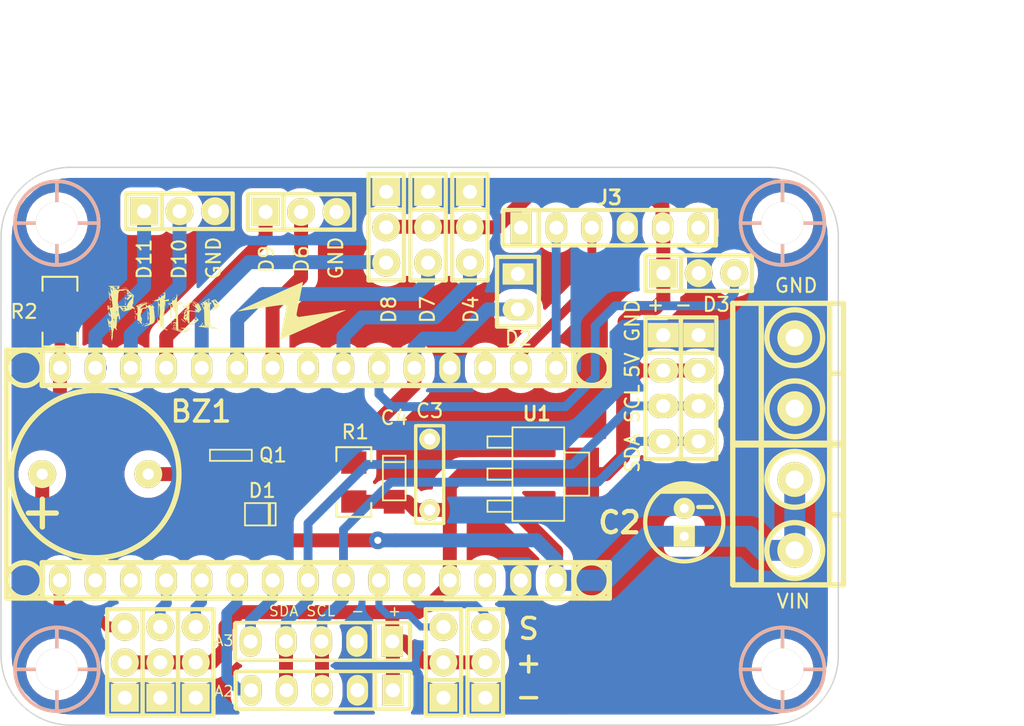
<source format=kicad_pcb>
(kicad_pcb (version 20171130) (host pcbnew "(5.1.4)-1")
  (layers (0 F.Cu signal) (31 B.Cu signal) (34 B.Paste user) (35 F.Paste user) (36 B.SilkS user) (37 F.SilkS user) (38 B.Mask user) (39 F.Mask user) (44 Edge.Cuts user))
  (net 0 "")
  (net 1 /START)
  (net 2 GND)
  (net 3 /Vin)
  (net 4 +5V)
  (net 5 /S1)
  (net 6 /SDA)
  (net 7 /SCL)
  (net 8 /S2)
  (net 9 /Tx)
  (net 10 /Rx)
  (net 11 /DISTANCIA_I)
  (net 12 /TATAMI_FD)
  (net 13 /TATAMI_FI)
  (net 14 /AUX1)
  (net 15 /M2A)
  (net 16 /M1A)
  (net 17 /AUX2)
  (net 18 /M1B)
  (net 19 /M2B)
  (net 20 /DISTANCIA_D)
  (net 21 /AUX5)
  (net 22 /AUX4)
  (net 23 /AUX3)
  (net 24 "Net-(BZ1-Pad2)")
  (net 25 /AUX6)
  (module EESTN5:Logo_potter (layer F.Cu) (at 117.55 85.44)
    (fp_text reference LG3 hide)
    (fp_text value Mounting_Hole hide)
  )
  (module EESTN5:Logo_Rayo (layer F.Cu) (at 130.81 85.02 90)
    (fp_text reference LG1 hide)
    (fp_text value Mounting_Hole hide)
  )
  (module teensy:arduino_nano_header_Sumo (layer F.Cu) (at 132 97 180)
    (fp_text reference J14 hide)
    (fp_text value Arduino_Nano_Header hide)
    (pad 30 thru_hole oval (at -17.78 -7.62 180) (size 1.524 2.1971) (drill 0.99822) (layers *.Cu *.Mask F.SilkS) (net 3 /Vin))
    (pad 29 thru_hole oval (at -15.24 -7.62 180) (size 1.524 2.1971) (drill 0.99822) (layers *.Cu *.Mask F.SilkS) (net 2 GND))
    (pad 28 thru_hole oval (at -12.7 -7.62 180) (size 1.524 2.1971) (drill 0.99822) (layers *.Cu *.Mask F.SilkS))
    (pad 27 thru_hole oval (at -10.16 -7.62 180) (size 1.524 2.1971) (drill 0.99822) (layers *.Cu *.Mask F.SilkS) (net 4 +5V))
    (pad 26 thru_hole oval (at -7.62 -7.62 180) (size 1.524 2.1971) (drill 0.99822) (layers *.Cu *.Mask F.SilkS) (net 13 /TATAMI_FI))
    (pad 25 thru_hole oval (at -5.08 -7.62 180) (size 1.524 2.1971) (drill 0.99822) (layers *.Cu *.Mask F.SilkS) (net 12 /TATAMI_FD))
    (pad 24 thru_hole oval (at -2.54 -7.62 180) (size 1.524 2.1971) (drill 0.99822) (layers *.Cu *.Mask F.SilkS) (net 7 /SCL))
    (pad 23 thru_hole oval (at 0 -7.62 180) (size 1.524 2.1971) (drill 1.00076) (layers *.Cu *.Mask F.SilkS) (net 6 /SDA))
    (pad 22 thru_hole oval (at 2.54 -7.62 180) (size 1.524 2.1971) (drill 1.00076) (layers *.Cu *.Mask F.SilkS) (net 5 /S1))
    (pad 21 thru_hole oval (at 5.08 -7.62 180) (size 1.524 2.1971) (drill 1.00076) (layers *.Cu *.Mask F.SilkS) (net 8 /S2))
    (pad 20 thru_hole oval (at 7.62 -7.62 180) (size 1.524 2.1971) (drill 1.00076) (layers *.Cu *.Mask F.SilkS) (net 11 /DISTANCIA_I))
    (pad 19 thru_hole oval (at 10.16 -7.62 180) (size 1.524 2.19964) (drill 1.00076) (layers *.Cu *.Mask F.SilkS) (net 20 /DISTANCIA_D))
    (pad 18 thru_hole oval (at 12.7 -7.62 180) (size 1.524 2.19964) (drill 1.00076) (layers *.Cu *.Mask F.SilkS))
    (pad 17 thru_hole oval (at 15.24 -7.62 180) (size 1.524 2.19964) (drill 1.00076) (layers *.Cu *.Mask F.SilkS))
    (pad 16 thru_hole oval (at 17.78 -7.62 180) (size 1.524 2.19964) (drill 1.00076) (layers *.Cu *.Mask F.SilkS) (net 25 /AUX6))
    (pad 15 thru_hole oval (at 17.78 7.62 180) (size 1.524 2.19964) (drill 1.00076) (layers *.Cu *.Mask F.SilkS) (net 17 /AUX2))
    (pad 14 thru_hole oval (at 15.24 7.62 180) (size 1.524 2.19964) (drill 1.00076) (layers *.Cu *.Mask F.SilkS) (net 15 /M2A))
    (pad 13 thru_hole oval (at 12.7 7.62 180) (size 1.524 2.19964) (drill 1.00076) (layers *.Cu *.Mask F.SilkS) (net 19 /M2B))
    (pad 12 thru_hole oval (at 10.16 7.62 180) (size 1.524 2.19964) (drill 1.00076) (layers *.Cu *.Mask F.SilkS) (net 16 /M1A))
    (pad 11 thru_hole oval (at 7.62 7.62 180) (size 1.524 2.19964) (drill 1.00076) (layers *.Cu *.Mask F.SilkS) (net 23 /AUX3))
    (pad 10 thru_hole oval (at 5.08 7.62 180) (size 1.524 2.19964) (drill 1.00076) (layers *.Cu *.Mask F.SilkS) (net 22 /AUX4))
    (pad 9 thru_hole oval (at 2.54 7.62 180) (size 1.524 2.19964) (drill 1.00076) (layers *.Cu *.Mask F.SilkS) (net 18 /M1B))
    (pad 8 thru_hole oval (at 0 7.62 180) (size 1.524 2.19964) (drill 1.00076) (layers *.Cu *.Mask F.SilkS))
    (pad 7 thru_hole oval (at -2.54 7.62 180) (size 1.524 2.19964) (drill 1.00076) (layers *.Cu *.Mask F.SilkS) (net 21 /AUX5))
    (pad 6 thru_hole oval (at -5.08 7.62 180) (size 1.524 2.19964) (drill 1.00076) (layers *.Cu *.Mask F.SilkS) (net 14 /AUX1))
    (pad 5 thru_hole oval (at -7.62 7.62 180) (size 1.524 2.19964) (drill 1.00076) (layers *.Cu *.Mask F.SilkS) (net 1 /START))
    (pad 4 thru_hole oval (at -10.16 7.62 180) (size 1.524 2.19964) (drill 1.00076) (layers *.Cu *.Mask F.SilkS) (net 2 GND))
    (pad 3 thru_hole oval (at -12.7 7.62 180) (size 1.524 2.19964) (drill 1.00076) (layers *.Cu *.Mask F.SilkS))
    (pad 2 thru_hole oval (at -15.24 7.62 180) (size 1.524 2.19964) (drill 1.00076) (layers *.Cu *.Mask F.SilkS) (net 10 /Rx))
    (pad 1 thru_hole oval (at -17.78 7.62 180) (size 1.524 2.19964) (drill 1.00076) (layers *.Cu *.Mask F.SilkS) (net 9 /Tx))
  )
  (module EESTN5:Buzzer_12mm (layer F.Cu) (at 116.75 97 180)
    (fp_text reference BZ1 (at -7.58 4.49 180) (layer F.SilkS) (effects (font (size 1.5 1.5) (thickness 0.25))))
    (fp_text value Buzzer hide)
    (pad 2 thru_hole circle (at -3.8 0 180) (size 2 2) (drill 0.8) (layers *.Cu *.Mask F.SilkS) (net 24 "Net-(BZ1-Pad2)"))
    (pad 1 thru_hole circle (at 3.8 0 180) (size 2 2) (drill 0.8) (layers *.Cu *.Mask F.SilkS) (net 3 /Vin))
  )
  (module EESTN5:HC-05 (layer F.Cu) (at 153.61 79.33)
    (fp_text reference J3 (at 0 -2.159) (layer F.SilkS) (effects (font (size 1.016 1.016) (thickness 0.2032))))
    (fp_text value HC-05 hide)
    (pad 6 thru_hole oval (at 6.35 0) (size 1.524 2.19964) (drill 1.00076) (layers *.Cu *.Mask F.SilkS))
    (pad 5 thru_hole oval (at 3.81 0) (size 1.524 2.19964) (drill 1.00076) (layers *.Cu *.Mask F.SilkS) (net 4 +5V))
    (pad 4 thru_hole oval (at 1.27 0) (size 1.524 2.19964) (drill 1.00076) (layers *.Cu *.Mask F.SilkS) (net 2 GND))
    (pad 3 thru_hole oval (at -1.27 0) (size 1.524 2.19964) (drill 1.00076) (layers *.Cu *.Mask F.SilkS) (net 10 /Rx))
    (pad 2 thru_hole oval (at -3.81 0) (size 1.524 2.19964) (drill 1.00076) (layers *.Cu *.Mask F.SilkS) (net 9 /Tx))
    (pad 1 thru_hole rect (at -6.35 0) (size 1.524 2.19964) (drill 1.00076) (layers *.Cu *.Mask F.SilkS))
  )
  (module EESTN5:pin_strip_4 (layer F.Cu) (at 159.99 90.842 270)
    (fp_text reference J10 hide)
    (fp_text value IMU hide)
    (pad 4 thru_hole oval (at 3.81 0 270) (size 1.75 2.2) (drill 1.00076) (layers *.Cu *.Mask F.SilkS) (net 7 /SCL))
    (pad 3 thru_hole oval (at 1.27 0 270) (size 1.75 2.2) (drill 1.00076) (layers *.Cu *.Mask F.SilkS) (net 6 /SDA))
    (pad 2 thru_hole oval (at -1.27 0 270) (size 1.75 2.2) (drill 1.00076) (layers *.Cu *.Mask F.SilkS) (net 4 +5V))
    (pad 1 thru_hole rect (at -3.81 0 270) (size 1.75 2.2) (drill 1.00076) (layers *.Cu *.Mask F.SilkS) (net 2 GND))
  )
  (module EESTN5:pin_strip_4 (layer F.Cu) (at 157.45 90.842 270)
    (fp_text reference J4 hide)
    (fp_text value "Pantalla Oled" hide)
    (pad 4 thru_hole oval (at 3.81 0 270) (size 1.75 2.2) (drill 1.00076) (layers *.Cu *.Mask F.SilkS) (net 7 /SCL))
    (pad 3 thru_hole oval (at 1.27 0 270) (size 1.75 2.2) (drill 1.00076) (layers *.Cu *.Mask F.SilkS) (net 6 /SDA))
    (pad 2 thru_hole oval (at -1.27 0 270) (size 1.75 2.2) (drill 1.00076) (layers *.Cu *.Mask F.SilkS) (net 4 +5V))
    (pad 1 thru_hole rect (at -3.81 0 270) (size 1.75 2.2) (drill 1.00076) (layers *.Cu *.Mask F.SilkS) (net 2 GND))
  )
  (module EESTN5:BORNERA2_AZUL (layer F.Cu) (at 166.878 89.768 90)
    (fp_text reference J11 hide)
    (fp_text value "Batería (-)" hide)
    (pad 2 thru_hole circle (at 2.54 0 90) (size 2.5 2.5) (drill 1.3) (layers *.Cu *.Mask F.SilkS) (net 2 GND))
    (pad 1 thru_hole circle (at -2.54 0 90) (size 2.5 2.5) (drill 1.3) (layers *.Cu *.Mask F.SilkS) (net 2 GND))
  )
  (module EESTN5:Pin_strip_2 (layer F.Cu) (at 147.04 83.92 270)
    (fp_text reference SW1 hide)
    (fp_text value Pulsador hide)
    (pad 2 thru_hole oval (at 1.27 0 270) (size 1.524 2.19964) (drill 1.00076) (layers *.Cu *.Mask F.SilkS) (net 1 /START))
    (pad 1 thru_hole rect (at -1.27 0 270) (size 1.524 2.19964) (drill 1.00076) (layers *.Cu *.Mask F.SilkS) (net 2 GND))
  )
  (module EESTN5:Pin_Strip_3 (layer F.Cu) (at 118.872 110.5 90)
    (fp_text reference J19 hide)
    (fp_text value AUX6 hide)
    (pad 3 thru_hole oval (at 2.54 0 90) (size 2 2) (drill 1) (layers *.Cu *.Mask F.SilkS) (net 25 /AUX6))
    (pad 2 thru_hole oval (at 0 0 90) (size 2 2) (drill 1) (layers *.Cu *.Mask F.SilkS) (net 4 +5V))
    (pad 1 thru_hole rect (at -2.54 0 90) (size 2 2) (drill 1) (layers *.Cu *.Mask F.SilkS) (net 2 GND))
  )
  (module EESTN5:hole_3mm (layer F.Cu) (at 166 111)
    (fp_text reference H4 hide)
    (fp_text value Mounting_Hole hide)
    (pad 1 thru_hole circle (at 0 0) (size 3 3) (drill 3) (layers *.Cu F.SilkS))
  )
  (module EESTN5:hole_3mm (layer F.Cu) (at 166 79)
    (fp_text reference H3 hide)
    (fp_text value Mounting_Hole hide)
    (pad 1 thru_hole circle (at 0 0) (size 3 3) (drill 3) (layers *.Cu F.SilkS))
  )
  (module EESTN5:CAP_ELEC_5x11mm (layer F.Cu) (at 158.96 100.46)
    (fp_text reference C2 (at -4.64 0.02) (layer F.SilkS) (effects (font (size 1.524 1.524) (thickness 0.3048))))
    (fp_text value 100uF hide)
    (pad 1 thru_hole rect (at 0 1) (size 1.524 1.524) (drill 0.65) (layers *.Cu *.Mask F.SilkS) (net 3 /Vin))
    (pad 2 thru_hole circle (at 0 -1) (size 1.524 1.524) (drill 0.65) (layers *.Cu *.Mask F.SilkS) (net 2 GND))
  )
  (module EESTN5:hole_3mm (layer F.Cu) (at 114 79)
    (fp_text reference H1 hide)
    (fp_text value Mounting_Hole hide)
    (pad 1 thru_hole circle (at 0 0) (size 3 3) (drill 3) (layers *.Cu F.SilkS))
  )
  (module EESTN5:Pin_Strip_3 (layer F.Cu) (at 131.5 78.2)
    (fp_text reference J16 hide)
    (fp_text value "MOTOR 1" hide)
    (pad 1 thru_hole rect (at -2.54 0) (size 2 2) (drill 1) (layers *.Cu *.Mask F.SilkS) (net 16 /M1A))
    (pad 2 thru_hole oval (at 0 0) (size 2 2) (drill 1) (layers *.Cu *.Mask F.SilkS) (net 18 /M1B))
    (pad 3 thru_hole oval (at 2.54 0) (size 2 2) (drill 1) (layers *.Cu *.Mask F.SilkS) (net 2 GND))
  )
  (module EESTN5:CAP_0.2 (layer F.Cu) (at 140.716 97.028 90)
    (fp_text reference C3 (at 4.572 0 180) (layer F.SilkS))
    (fp_text value 100nF hide)
    (pad 1 thru_hole circle (at -2.54 0 90) (size 1.50114 1.50114) (drill 0.8001) (layers *.Cu *.Mask F.SilkS) (net 4 +5V))
    (pad 2 thru_hole circle (at 2.54 0 90) (size 1.50114 1.50114) (drill 0.8001) (layers *.Cu *.Mask F.SilkS) (net 2 GND))
  )
  (module EESTN5:Pin_Strip_5 (layer F.Cu) (at 132.96 109 180)
    (fp_text reference J1 hide)
    (fp_text value VL53L0x_IZQ hide)
    (pad 5 thru_hole oval (at 5.08 0 180) (size 1.524 2.19964) (drill 1.00076) (layers *.Cu *.Mask F.SilkS) (net 5 /S1))
    (pad 4 thru_hole oval (at 2.54 0 180) (size 1.524 2.19964) (drill 1.00076) (layers *.Cu *.Mask F.SilkS) (net 6 /SDA))
    (pad 3 thru_hole oval (at 0 0 180) (size 1.524 2.19964) (drill 1.00076) (layers *.Cu *.Mask F.SilkS) (net 7 /SCL))
    (pad 2 thru_hole oval (at -2.54 0 180) (size 1.524 2.19964) (drill 1.00076) (layers *.Cu *.Mask F.SilkS) (net 2 GND))
    (pad 1 thru_hole rect (at -5.08 0 180) (size 1.524 2.19964) (drill 1.00076) (layers *.Cu *.Mask F.SilkS) (net 4 +5V))
  )
  (module EESTN5:Pin_Strip_5 (layer F.Cu) (at 133 112.5 180)
    (fp_text reference J2 hide)
    (fp_text value VL53L0x_DER hide)
    (pad 1 thru_hole rect (at -5.08 0 180) (size 1.524 2.19964) (drill 1.00076) (layers *.Cu *.Mask F.SilkS) (net 4 +5V))
    (pad 2 thru_hole oval (at -2.54 0 180) (size 1.524 2.19964) (drill 1.00076) (layers *.Cu *.Mask F.SilkS) (net 2 GND))
    (pad 3 thru_hole oval (at 0 0 180) (size 1.524 2.19964) (drill 1.00076) (layers *.Cu *.Mask F.SilkS) (net 7 /SCL))
    (pad 4 thru_hole oval (at 2.54 0 180) (size 1.524 2.19964) (drill 1.00076) (layers *.Cu *.Mask F.SilkS) (net 6 /SDA))
    (pad 5 thru_hole oval (at 5.08 0 180) (size 1.524 2.19964) (drill 1.00076) (layers *.Cu *.Mask F.SilkS) (net 8 /S2))
  )
  (module EESTN5:BORNERA2_AZUL (layer F.Cu) (at 166.878 99.928 90)
    (fp_text reference J5 hide)
    (fp_text value "Batería (+)" hide)
    (pad 1 thru_hole circle (at -2.54 0 90) (size 2.5 2.5) (drill 1.3) (layers *.Cu *.Mask F.SilkS) (net 3 /Vin))
    (pad 2 thru_hole circle (at 2.54 0 90) (size 2.5 2.5) (drill 1.3) (layers *.Cu *.Mask F.SilkS) (net 3 /Vin))
  )
  (module EESTN5:R_1206 (layer F.Cu) (at 135.28 97.57 270)
    (fp_text reference R1 (at -3.59 -0.102 180) (layer F.SilkS))
    (fp_text value 10K hide)
    (pad 1 smd rect (at 1.397 0 270) (size 1.6002 1.8034) (layers F.Cu F.Paste F.Mask) (net 4 +5V))
    (pad 2 smd rect (at -1.397 0 270) (size 1.6002 1.8034) (layers F.Cu F.Paste F.Mask) (net 1 /START))
  )
  (module EESTN5:SOT223 (layer F.Cu) (at 148.5 97 270)
    (fp_text reference U1 (at -4.33 0.11 180) (layer F.SilkS) (effects (font (size 1.00076 1.00076) (thickness 0.20066))))
    (fp_text value LM1117-SOT hide)
    (pad 1 smd rect (at -2.3 3.3 270) (size 1 2.4) (layers F.Cu F.Paste F.Mask) (net 2 GND))
    (pad 2 smd rect (at 0 3.3 270) (size 1 2.4) (layers F.Cu F.Paste F.Mask) (net 4 +5V))
    (pad 3 smd rect (at 2.3 3.3 270) (size 1 2.4) (layers F.Cu F.Paste F.Mask) (net 3 /Vin))
    (pad 4 smd rect (at 0 -3.15 270) (size 3.8 2.4) (layers F.Cu F.Paste F.Mask) (net 4 +5V))
  )
  (module EESTN5:hole_3mm (layer F.Cu) (at 114 111)
    (fp_text reference H2 hide)
    (fp_text value Mounting_Hole hide)
    (pad 1 thru_hole circle (at 0 0) (size 3 3) (drill 3) (layers *.Cu F.SilkS))
  )
  (module EESTN5:Pin_Strip_3 (layer F.Cu) (at 123.952 110.5 90)
    (fp_text reference J6 hide)
    (fp_text value sharp1 hide)
    (pad 3 thru_hole oval (at 2.54 0 90) (size 2 2) (drill 1) (layers *.Cu *.Mask F.SilkS) (net 11 /DISTANCIA_I))
    (pad 2 thru_hole oval (at 0 0 90) (size 2 2) (drill 1) (layers *.Cu *.Mask F.SilkS) (net 4 +5V))
    (pad 1 thru_hole rect (at -2.54 0 90) (size 2 2) (drill 1) (layers *.Cu *.Mask F.SilkS) (net 2 GND))
  )
  (module EESTN5:Pin_Strip_3 (layer F.Cu) (at 141.7 110.5 90)
    (fp_text reference J7 hide)
    (fp_text value "tatami 1" hide)
    (pad 1 thru_hole rect (at -2.54 0 90) (size 2 2) (drill 1) (layers *.Cu *.Mask F.SilkS) (net 2 GND))
    (pad 2 thru_hole oval (at 0 0 90) (size 2 2) (drill 1) (layers *.Cu *.Mask F.SilkS) (net 4 +5V))
    (pad 3 thru_hole oval (at 2.54 0 90) (size 2 2) (drill 1) (layers *.Cu *.Mask F.SilkS) (net 12 /TATAMI_FD))
  )
  (module EESTN5:Pin_Strip_3 (layer F.Cu) (at 144.7 110.5 90)
    (fp_text reference J8 hide)
    (fp_text value "tatami 2" hide)
    (pad 3 thru_hole oval (at 2.54 0 90) (size 2 2) (drill 1) (layers *.Cu *.Mask F.SilkS) (net 13 /TATAMI_FI))
    (pad 2 thru_hole oval (at 0 0 90) (size 2 2) (drill 1) (layers *.Cu *.Mask F.SilkS) (net 4 +5V))
    (pad 1 thru_hole rect (at -2.54 0 90) (size 2 2) (drill 1) (layers *.Cu *.Mask F.SilkS) (net 2 GND))
  )
  (module EESTN5:Pin_Strip_3 (layer F.Cu) (at 160 82.59)
    (fp_text reference J9 hide)
    (fp_text value Aux1 hide)
    (pad 1 thru_hole rect (at -2.54 0) (size 2 2) (drill 1) (layers *.Cu *.Mask F.SilkS) (net 4 +5V))
    (pad 2 thru_hole oval (at 0 0) (size 2 2) (drill 1) (layers *.Cu *.Mask F.SilkS) (net 2 GND))
    (pad 3 thru_hole oval (at 2.54 0) (size 2 2) (drill 1) (layers *.Cu *.Mask F.SilkS) (net 14 /AUX1))
  )
  (module EESTN5:Pin_Strip_3 (layer F.Cu) (at 121.412 110.5 90)
    (fp_text reference J13 hide)
    (fp_text value sharp2 hide)
    (pad 1 thru_hole rect (at -2.54 0 90) (size 2 2) (drill 1) (layers *.Cu *.Mask F.SilkS) (net 2 GND))
    (pad 2 thru_hole oval (at 0 0 90) (size 2 2) (drill 1) (layers *.Cu *.Mask F.SilkS) (net 4 +5V))
    (pad 3 thru_hole oval (at 2.54 0 90) (size 2 2) (drill 1) (layers *.Cu *.Mask F.SilkS) (net 20 /DISTANCIA_D))
  )
  (module EESTN5:Pin_Strip_3 (layer F.Cu) (at 143.6 79.3 270)
    (fp_text reference J12 hide)
    (fp_text value sharp2 hide)
    (pad 1 thru_hole rect (at -2.54 0 270) (size 2 2) (drill 1) (layers *.Cu *.Mask F.SilkS) (net 2 GND))
    (pad 2 thru_hole oval (at 0 0 270) (size 2 2) (drill 1) (layers *.Cu *.Mask F.SilkS) (net 4 +5V))
    (pad 3 thru_hole oval (at 2.54 0 270) (size 2 2) (drill 1) (layers *.Cu *.Mask F.SilkS) (net 21 /AUX5))
  )
  (module EESTN5:Pin_Strip_3 (layer F.Cu) (at 140.6 79.3 270)
    (fp_text reference J15 hide)
    (fp_text value sharp2 hide)
    (pad 3 thru_hole oval (at 2.54 0 270) (size 2 2) (drill 1) (layers *.Cu *.Mask F.SilkS) (net 22 /AUX4))
    (pad 2 thru_hole oval (at 0 0 270) (size 2 2) (drill 1) (layers *.Cu *.Mask F.SilkS) (net 4 +5V))
    (pad 1 thru_hole rect (at -2.54 0 270) (size 2 2) (drill 1) (layers *.Cu *.Mask F.SilkS) (net 2 GND))
  )
  (module EESTN5:Pin_Strip_3 (layer F.Cu) (at 137.6 79.3 270)
    (fp_text reference J17 hide)
    (fp_text value sharp2 hide)
    (pad 1 thru_hole rect (at -2.54 0 270) (size 2 2) (drill 1) (layers *.Cu *.Mask F.SilkS) (net 2 GND))
    (pad 2 thru_hole oval (at 0 0 270) (size 2 2) (drill 1) (layers *.Cu *.Mask F.SilkS) (net 4 +5V))
    (pad 3 thru_hole oval (at 2.54 0 270) (size 2 2) (drill 1) (layers *.Cu *.Mask F.SilkS) (net 23 /AUX3))
  )
  (module EESTN5:Pin_Strip_3 (layer F.Cu) (at 122.79 78.15)
    (fp_text reference J18 hide)
    (fp_text value "MOTOR 2" hide)
    (pad 3 thru_hole oval (at 2.54 0) (size 2 2) (drill 1) (layers *.Cu *.Mask F.SilkS) (net 2 GND))
    (pad 2 thru_hole oval (at 0 0) (size 2 2) (drill 1) (layers *.Cu *.Mask F.SilkS) (net 19 /M2B))
    (pad 1 thru_hole rect (at -2.54 0) (size 2 2) (drill 1) (layers *.Cu *.Mask F.SilkS) (net 15 /M2A))
  )
  (module EESTN5:CAP_TAN_A (layer F.Cu) (at 138.176 97.282 90)
    (fp_text reference C4 (at 4.318 0 180) (layer F.SilkS))
    (fp_text value 10uF hide)
    (pad 2 smd rect (at 1.7 0 90) (size 1.7 1.5) (layers F.Cu F.Paste F.Mask) (net 2 GND))
    (pad 1 smd rect (at -1.7 0 90) (size 1.7 1.5) (layers F.Cu F.Paste F.Mask) (net 4 +5V))
  )
  (module EESTN5:sod123 (layer F.Cu) (at 128.58 99.88)
    (fp_text reference D1 (at 0.13 -1.7) (layer F.SilkS))
    (fp_text value DIODE hide)
    (pad 2 smd rect (at 1.67386 0) (size 0.8509 0.8509) (layers F.Cu F.Paste F.Mask) (net 3 /Vin))
    (pad 1 smd rect (at -1.67386 0) (size 0.8509 0.8509) (layers F.Cu F.Paste F.Mask) (net 24 "Net-(BZ1-Pad2)"))
  )
  (module EESTN5:SOT23 (layer F.Cu) (at 126.47 95.65 180)
    (fp_text reference Q1 (at -3.01 0.01) (layer F.SilkS))
    (fp_text value 2N7002 hide)
    (pad 1 smd rect (at -0.9525 1.05664 180) (size 0.59944 1.00076) (layers F.Cu F.Paste F.Mask) (net 17 /AUX2))
    (pad 2 smd rect (at 0 -1.05664 180) (size 0.59944 1.00076) (layers F.Cu F.Paste F.Mask) (net 24 "Net-(BZ1-Pad2)"))
    (pad 3 smd rect (at 0.9525 1.05664 180) (size 0.59944 1.00076) (layers F.Cu F.Paste F.Mask) (net 2 GND))
  )
  (module EESTN5:R_1206 (layer F.Cu) (at 114.22 85.35 270)
    (fp_text reference R2 (at -0.01 2.57 180) (layer F.SilkS))
    (fp_text value 10k hide)
    (pad 1 smd rect (at 1.397 0 270) (size 1.6002 1.8034) (layers F.Cu F.Paste F.Mask) (net 17 /AUX2))
    (pad 2 smd rect (at -1.397 0 270) (size 1.6002 1.8034) (layers F.Cu F.Paste F.Mask) (net 2 GND))
  )
  (gr_text REV_1.0 (at 156 112.8) (layer F.Cu) (effects (font (size 1.5 1.5) (thickness 0.3)) (justify mirror)))
  (gr_text "VIN\n" (at 166.78 106.12) (layer F.SilkS) (effects (font (size 1 1))))
  (gr_text GND (at 166.98 83.48) (layer F.SilkS) (effects (font (size 1 1))))
  (gr_text "D8\n" (at 137.79 85.198572 90) (layer F.SilkS) (effects (font (size 1 1))))
  (gr_text "D7\n" (at 140.56 85.198572 90) (layer F.SilkS) (effects (font (size 1 1))))
  (gr_text "D4\n" (at 143.68 85.198572 90) (layer F.SilkS) (effects (font (size 1 1))))
  (gr_text "GND\n" (at 155.24 85.99 90) (layer F.SilkS) (effects (font (size 1 1))))
  (gr_text 5V (at 155.24 89.19 90) (layer F.SilkS) (effects (font (size 1 1))))
  (gr_text "SCL\n" (at 155.24 91.95 90) (layer F.SilkS) (effects (font (size 1 1))))
  (gr_text "SDA\n" (at 155.24 95.51 90) (layer F.SilkS) (effects (font (size 1 1))))
  (gr_text "+ - D3" (at 159.258 84.836) (layer F.SilkS) (effects (font (size 1 1))))
  (gr_text D2 (at 147.08 87.26) (layer F.SilkS) (effects (font (size 1 1))))
  (gr_text D6 (at 131.53 81.58 90) (layer F.SilkS) (effects (font (size 1 1))))
  (gr_text "GND\n" (at 133.99 81.508572 90) (layer F.SilkS) (effects (font (size 1 1))))
  (gr_text D9 (at 129.02 81.58 90) (layer F.SilkS) (effects (font (size 1 1))))
  (gr_text "GND\n" (at 125.23 81.508572 90) (layer F.SilkS) (effects (font (size 1 1))))
  (gr_text D10 (at 122.77 81.58 90) (layer F.SilkS) (effects (font (size 1 1))))
  (gr_text D11 (at 120.26 81.58 90) (layer F.SilkS) (effects (font (size 1 1))))
  (gr_text "A3\n\n\nA2" (at 125.97 110.76) (layer F.SilkS) (effects (font (size 0.75 0.75) (thickness 0.1))))
  (gr_text "S\n + \n-" (at 147.81 110.51) (layer F.SilkS) (effects (font (size 1.5 1.5) (thickness 0.25))))
  (gr_text "SDA SCL  -   +" (at 133.93 106.81) (layer F.SilkS) (effects (font (size 0.75 0.75) (thickness 0.1))))
  (gr_line (start 120.7 97.4) (end 120.5 96.85) (layer F.SilkS) (width 0.15))
  (gr_line (start 110 110) (end 110 80) (layer Edge.Cuts) (width 0.1))
  (gr_line (start 165 115) (end 115 115) (layer Edge.Cuts) (width 0.1))
  (gr_line (start 170 80) (end 170 110) (layer Edge.Cuts) (width 0.1))
  (gr_line (start 115 75) (end 165 75) (layer Edge.Cuts) (width 0.1))
  (gr_arc (start 165 80) (end 170 80) (angle -90) (layer Edge.Cuts) (width 0.1))
  (gr_arc (start 165 110) (end 165 115) (angle -90) (layer Edge.Cuts) (width 0.1))
  (gr_arc (start 115 80) (end 115 75) (angle -90) (layer Edge.Cuts) (width 0.1))
  (gr_arc (start 115 110) (end 110 110) (angle -90) (layer Edge.Cuts) (width 0.1))
  (segment (start 139.4988 89.2588) (end 139.62 89.38) (width 1) (layer F.Cu) (net 1))
  (segment (start 147.2 85.35) (end 147.04 85.19) (width 1) (layer F.Cu) (net 1))
  (segment (start 139.62 87.96) (end 139.62 89.38) (width 1) (layer B.Cu) (net 1))
  (segment (start 140.3 87.28) (end 139.62 87.96) (width 1) (layer B.Cu) (net 1))
  (segment (start 142.78 87.28) (end 140.3 87.28) (width 1) (layer B.Cu) (net 1))
  (segment (start 147.04 85.19) (end 144.87 85.19) (width 1) (layer B.Cu) (net 1))
  (segment (start 144.87 85.19) (end 142.78 87.28) (width 1) (layer B.Cu) (net 1))
  (segment (start 135.28 96.173) (end 135.28 94.95) (width 1) (layer F.Cu) (net 1))
  (segment (start 139.62 90.61) (end 139.62 89.38) (width 1) (layer F.Cu) (net 1))
  (segment (start 135.28 94.95) (end 139.62 90.61) (width 1) (layer F.Cu) (net 1))
  (segment (start 140.065 113.04) (end 141.7 113.04) (width 0.635) (layer B.Cu) (net 2))
  (segment (start 139.9 112.875) (end 140.065 113.04) (width 0.635) (layer B.Cu) (net 2))
  (segment (start 139.9 111.338038) (end 139.9 112.875) (width 0.635) (layer B.Cu) (net 2))
  (segment (start 139.339841 110.777879) (end 139.9 111.338038) (width 0.635) (layer B.Cu) (net 2))
  (segment (start 135.5 109) (end 135.5 110.14) (width 0.635) (layer B.Cu) (net 2))
  (segment (start 136.137879 110.777879) (end 139.339841 110.777879) (width 0.635) (layer B.Cu) (net 2))
  (segment (start 135.5 110.14) (end 136.137879 110.777879) (width 0.635) (layer B.Cu) (net 2))
  (segment (start 135.54 111.375758) (end 135.54 112.5) (width 0.635) (layer B.Cu) (net 2))
  (segment (start 136.137879 110.777879) (end 135.54 111.375758) (width 0.635) (layer B.Cu) (net 2))
  (segment (start 135.5 111.335758) (end 135.54 111.375758) (width 0.635) (layer B.Cu) (net 2))
  (segment (start 135.5 110.14) (end 135.5 111.335758) (width 0.635) (layer B.Cu) (net 2))
  (segment (start 136.999984 101.75) (end 137 101.750016) (width 1) (layer F.Cu) (net 3))
  (segment (start 130.25 101.75) (end 136.999984 101.75) (width 1) (layer F.Cu) (net 3))
  (via (at 137 101.750016) (size 1.27) (drill 0.508) (layers F.Cu B.Cu) (net 3))
  (segment (start 138.237436 101.750016) (end 137 101.750016) (width 1) (layer B.Cu) (net 3))
  (segment (start 148.380016 101.750016) (end 138.237436 101.750016) (width 1) (layer B.Cu) (net 3))
  (segment (start 149.78 104.62) (end 149.78 103.15) (width 1) (layer B.Cu) (net 3))
  (segment (start 149.78 103.15) (end 148.380016 101.750016) (width 1) (layer B.Cu) (net 3))
  (segment (start 149.78 102.54) (end 149.78 104.62) (width 1) (layer F.Cu) (net 3))
  (segment (start 145.2 99.3) (end 146.54 99.3) (width 1) (layer F.Cu) (net 3))
  (segment (start 146.54 99.3) (end 149.78 102.54) (width 1) (layer F.Cu) (net 3))
  (segment (start 166.878 97.388) (end 166.878 102.468) (width 1.5) (layer B.Cu) (net 3))
  (segment (start 130.25386 101.74614) (end 130.25 101.75) (width 1) (layer F.Cu) (net 3))
  (segment (start 130.25386 99.88) (end 130.25386 101.74614) (width 1) (layer F.Cu) (net 3))
  (segment (start 130.25386 101.74614) (end 114.93614 101.74614) (width 1) (layer F.Cu) (net 3))
  (segment (start 112.95 99.76) (end 112.95 97) (width 1) (layer F.Cu) (net 3))
  (segment (start 114.93614 101.74614) (end 112.95 99.76) (width 1) (layer F.Cu) (net 3))
  (segment (start 153.22 104.62) (end 149.78 104.62) (width 1.5) (layer B.Cu) (net 3))
  (segment (start 156.38 101.46) (end 153.22 104.62) (width 1.5) (layer B.Cu) (net 3))
  (segment (start 163.614 101.46) (end 156.38 101.46) (width 1.5) (layer B.Cu) (net 3))
  (segment (start 166.878 102.468) (end 164.622 102.468) (width 1.5) (layer B.Cu) (net 3))
  (segment (start 164.622 102.468) (end 163.614 101.46) (width 1.5) (layer B.Cu) (net 3))
  (segment (start 141.71 110.51) (end 141.7 110.5) (width 1) (layer B.Cu) (net 4))
  (segment (start 138.04 106.90018) (end 138.04 109) (width 1) (layer F.Cu) (net 4))
  (segment (start 151.65 97) (end 145.2 97) (width 1) (layer F.Cu) (net 4))
  (segment (start 145.2 97) (end 143 97) (width 1) (layer F.Cu) (net 4))
  (segment (start 152.15076 97.50076) (end 151.65 97) (width 1) (layer F.Cu) (net 4))
  (segment (start 137.6 79.26) (end 140.6 79.26) (width 1) (layer F.Cu) (net 4))
  (segment (start 143.56 79.26) (end 143.6 79.3) (width 1) (layer F.Cu) (net 4))
  (segment (start 140.6 79.26) (end 143.56 79.26) (width 1) (layer F.Cu) (net 4))
  (segment (start 138.08 109.04) (end 138.04 109) (width 1) (layer F.Cu) (net 4))
  (segment (start 138.08 112.5) (end 138.08 109.04) (width 1) (layer F.Cu) (net 4))
  (segment (start 118.678645 110.5) (end 118.650542 110.528103) (width 0.254) (layer F.Cu) (net 4))
  (segment (start 121.412 110.5) (end 118.678645 110.5) (width 1) (layer F.Cu) (net 4))
  (segment (start 143 97) (end 142.16 97.84) (width 1) (layer F.Cu) (net 4))
  (segment (start 139.892173 106.90018) (end 138.04 106.90018) (width 1) (layer F.Cu) (net 4))
  (segment (start 140.392353 106.4) (end 139.892173 106.90018) (width 1) (layer F.Cu) (net 4))
  (segment (start 140.706377 106.4) (end 140.392353 106.4) (width 1) (layer F.Cu) (net 4))
  (segment (start 142.16 104.62) (end 142.16 104.946377) (width 1) (layer F.Cu) (net 4))
  (segment (start 142.16 104.946377) (end 140.706377 106.4) (width 1) (layer F.Cu) (net 4))
  (segment (start 142.08 99.568) (end 142.16 99.488) (width 1) (layer F.Cu) (net 4))
  (segment (start 140.716 99.568) (end 142.08 99.568) (width 1) (layer F.Cu) (net 4))
  (segment (start 142.16 97.84) (end 142.16 99.488) (width 1) (layer F.Cu) (net 4))
  (segment (start 142.16 99.488) (end 142.16 104.62) (width 1) (layer F.Cu) (net 4))
  (segment (start 140.716 99.568) (end 139.7 99.568) (width 1) (layer F.Cu) (net 4))
  (segment (start 139.114 98.982) (end 138.176 98.982) (width 1) (layer F.Cu) (net 4))
  (segment (start 139.7 99.568) (end 139.114 98.982) (width 1) (layer F.Cu) (net 4))
  (segment (start 127.09982 106.90018) (end 138.04 106.90018) (width 1) (layer F.Cu) (net 4))
  (segment (start 121.5 110.5) (end 123.952 110.5) (width 1) (layer F.Cu) (net 4))
  (segment (start 126.08 109.53) (end 126.08 107.92) (width 1) (layer F.Cu) (net 4))
  (segment (start 126.08 107.92) (end 127.09982 106.90018) (width 1) (layer F.Cu) (net 4))
  (segment (start 125.11 110.5) (end 126.08 109.53) (width 1) (layer F.Cu) (net 4))
  (segment (start 123.952 110.5) (end 125.11 110.5) (width 1) (layer F.Cu) (net 4))
  (segment (start 138.29 109.25) (end 138.04 109) (width 1) (layer F.Cu) (net 4))
  (segment (start 140.36 110.5) (end 141.7 110.5) (width 1) (layer F.Cu) (net 4))
  (segment (start 138.04 109) (end 138.86 109) (width 1) (layer F.Cu) (net 4))
  (segment (start 138.86 109) (end 140.36 110.5) (width 1) (layer F.Cu) (net 4))
  (segment (start 144.69 110.5) (end 144.7 110.51) (width 1) (layer F.Cu) (net 4))
  (segment (start 141.7 110.5) (end 144.69 110.5) (width 1) (layer F.Cu) (net 4))
  (segment (start 145.53 79.3) (end 147.93 76.9) (width 1) (layer F.Cu) (net 4))
  (segment (start 143.6 79.3) (end 145.53 79.3) (width 1) (layer F.Cu) (net 4))
  (segment (start 147.93 76.9) (end 156.5 76.9) (width 1) (layer F.Cu) (net 4))
  (segment (start 156.5 76.9) (end 157.4 77.8) (width 1) (layer F.Cu) (net 4))
  (segment (start 157.4 77.8) (end 157.4 79.49) (width 1) (layer F.Cu) (net 4))
  (segment (start 157.46 79.37) (end 157.42 79.33) (width 1) (layer F.Cu) (net 4))
  (segment (start 157.46 82.59) (end 157.46 79.37) (width 1) (layer F.Cu) (net 4))
  (segment (start 135.295 98.982) (end 135.28 98.967) (width 1) (layer F.Cu) (net 4))
  (segment (start 138.176 98.982) (end 135.295 98.982) (width 1) (layer F.Cu) (net 4))
  (segment (start 151.65 97) (end 153.33 97) (width 1) (layer F.Cu) (net 4))
  (segment (start 153.33 97) (end 154.58 95.75) (width 1) (layer F.Cu) (net 4))
  (segment (start 154.58 95.75) (end 154.58 90.72) (width 1) (layer F.Cu) (net 4))
  (segment (start 155.728 89.572) (end 157.45 89.572) (width 1) (layer F.Cu) (net 4))
  (segment (start 154.58 90.72) (end 155.728 89.572) (width 1) (layer F.Cu) (net 4))
  (segment (start 157.45 89.572) (end 159.99 89.572) (width 1) (layer F.Cu) (net 4))
  (segment (start 155.728 89.572) (end 154.69 88.534) (width 1) (layer F.Cu) (net 4))
  (segment (start 154.69 88.534) (end 154.69 86.05) (width 1) (layer F.Cu) (net 4))
  (segment (start 157.46 83.28) (end 157.46 82.59) (width 1) (layer F.Cu) (net 4))
  (segment (start 154.69 86.05) (end 155.65 85.09) (width 1) (layer F.Cu) (net 4))
  (segment (start 155.65 85.09) (end 156.9 85.09) (width 1) (layer F.Cu) (net 4))
  (segment (start 157.46 84.53) (end 157.46 83.28) (width 1) (layer F.Cu) (net 4))
  (segment (start 156.9 85.09) (end 157.46 84.53) (width 1) (layer F.Cu) (net 4))
  (segment (start 129.46 105.91) (end 129.46 104.62) (width 0.762) (layer B.Cu) (net 5))
  (segment (start 127.88 109) (end 127.88 107.49) (width 0.762) (layer B.Cu) (net 5))
  (segment (start 127.88 107.49) (end 129.46 105.91) (width 0.762) (layer B.Cu) (net 5))
  (segment (start 130.42 112.46) (end 130.46 112.5) (width 1) (layer B.Cu) (net 6))
  (segment (start 130.42 112.46) (end 130.46 112.5) (width 1) (layer F.Cu) (net 6))
  (segment (start 130.42 109) (end 130.42 112.46) (width 1) (layer F.Cu) (net 6))
  (segment (start 132 106.05) (end 132 104.62) (width 0.762) (layer B.Cu) (net 6))
  (segment (start 130.42 109) (end 130.42 107.63) (width 0.762) (layer B.Cu) (net 6))
  (segment (start 130.42 107.63) (end 132 106.05) (width 0.762) (layer B.Cu) (net 6))
  (segment (start 159.99 92.112) (end 157.45 92.112) (width 0.635) (layer B.Cu) (net 6))
  (segment (start 132 100.53) (end 132 104.62) (width 0.635) (layer B.Cu) (net 6))
  (segment (start 136.22 96.31) (end 132 100.53) (width 0.635) (layer B.Cu) (net 6))
  (segment (start 150.94 96.31) (end 136.22 96.31) (width 0.635) (layer B.Cu) (net 6))
  (segment (start 157.45 92.112) (end 155.138 92.112) (width 0.635) (layer B.Cu) (net 6))
  (segment (start 155.138 92.112) (end 150.94 96.31) (width 0.635) (layer B.Cu) (net 6))
  (segment (start 132.96 108.66218) (end 133 108.62218) (width 0.508) (layer B.Cu) (net 7))
  (segment (start 132.96 109) (end 132.96 108.66218) (width 0.508) (layer B.Cu) (net 7))
  (segment (start 133 109.04) (end 132.96 109) (width 1) (layer B.Cu) (net 7))
  (segment (start 133 109.04) (end 132.96 109) (width 1) (layer F.Cu) (net 7))
  (segment (start 133 112.5) (end 133 109.04) (width 1) (layer F.Cu) (net 7))
  (segment (start 134.54 106.03) (end 134.54 104.62) (width 0.762) (layer B.Cu) (net 7))
  (segment (start 133 108.62218) (end 133 107.57) (width 0.762) (layer B.Cu) (net 7))
  (segment (start 133 107.57) (end 134.54 106.03) (width 0.762) (layer B.Cu) (net 7))
  (segment (start 159.99 94.652) (end 157.45 94.652) (width 0.635) (layer B.Cu) (net 7))
  (segment (start 134.54 100.973894) (end 134.54 104.62) (width 0.635) (layer B.Cu) (net 7))
  (segment (start 137.933894 97.58) (end 134.54 100.973894) (width 0.635) (layer B.Cu) (net 7))
  (segment (start 152.78 97.58) (end 137.933894 97.58) (width 0.635) (layer B.Cu) (net 7))
  (segment (start 157.45 94.652) (end 155.708 94.652) (width 0.635) (layer B.Cu) (net 7))
  (segment (start 155.708 94.652) (end 152.78 97.58) (width 0.635) (layer B.Cu) (net 7))
  (segment (start 126.92 106.22655) (end 126.92 104.62) (width 0.762) (layer B.Cu) (net 8))
  (segment (start 126.17 106.97655) (end 126.92 106.22655) (width 0.762) (layer B.Cu) (net 8))
  (segment (start 126.17 111.57) (end 126.17 106.97655) (width 0.762) (layer B.Cu) (net 8))
  (segment (start 127.92 112.5) (end 127.1 112.5) (width 0.762) (layer B.Cu) (net 8))
  (segment (start 127.1 112.5) (end 126.17 111.57) (width 0.762) (layer B.Cu) (net 8))
  (segment (start 149.78 89.38) (end 149.78 79.49) (width 0.635) (layer B.Cu) (net 9))
  (segment (start 152.34 83.35) (end 152.34 79.33) (width 0.635) (layer F.Cu) (net 10))
  (segment (start 147.24 89.38) (end 147.24 88.45) (width 0.635) (layer F.Cu) (net 10))
  (segment (start 147.24 88.45) (end 152.34 83.35) (width 0.635) (layer F.Cu) (net 10))
  (segment (start 124.38 106.16) (end 124.38 104.62) (width 0.762) (layer B.Cu) (net 11))
  (segment (start 123.952 107.96) (end 123.952 106.588) (width 0.762) (layer B.Cu) (net 11))
  (segment (start 123.952 106.588) (end 124.38 106.16) (width 0.762) (layer B.Cu) (net 11))
  (segment (start 140.09218 107.96) (end 139.23218 107.1) (width 0.508) (layer B.Cu) (net 12))
  (segment (start 141.7 107.96) (end 140.09218 107.96) (width 0.508) (layer B.Cu) (net 12))
  (segment (start 139.23218 107.1) (end 137.7 107.1) (width 0.508) (layer B.Cu) (net 12))
  (segment (start 137.08 106.48) (end 137.08 104.62) (width 0.508) (layer B.Cu) (net 12))
  (segment (start 137.7 107.1) (end 137.08 106.48) (width 0.508) (layer B.Cu) (net 12))
  (segment (start 139.62 105.99) (end 139.62 104.62) (width 0.508) (layer B.Cu) (net 13))
  (segment (start 140 106.37) (end 139.62 105.99) (width 0.508) (layer B.Cu) (net 13))
  (segment (start 144.02 106.37) (end 140 106.37) (width 0.508) (layer B.Cu) (net 13))
  (segment (start 144.7 107.97) (end 144.7 107.05) (width 0.508) (layer B.Cu) (net 13))
  (segment (start 144.7 107.05) (end 144.02 106.37) (width 0.508) (layer B.Cu) (net 13))
  (segment (start 137.08 89.38) (end 137.08 91.26) (width 0.635) (layer B.Cu) (net 14))
  (segment (start 137.08 91.26) (end 137.98 92.16) (width 0.635) (layer B.Cu) (net 14))
  (segment (start 137.98 92.16) (end 150.45 92.16) (width 0.635) (layer B.Cu) (net 14))
  (segment (start 150.45 92.16) (end 152.58 90.03) (width 0.635) (layer B.Cu) (net 14))
  (segment (start 152.58 90.03) (end 152.58 86.37) (width 0.635) (layer B.Cu) (net 14))
  (segment (start 152.58 86.37) (end 154.02 84.93) (width 0.635) (layer B.Cu) (net 14))
  (segment (start 154.02 84.93) (end 161.638357 84.93) (width 0.635) (layer B.Cu) (net 14))
  (segment (start 162.545009 84.023348) (end 162.545009 82.947181) (width 0.635) (layer B.Cu) (net 14))
  (segment (start 161.638357 84.93) (end 162.545009 84.023348) (width 0.635) (layer B.Cu) (net 14))
  (segment (start 117.07 89.38) (end 116.76 89.38) (width 1) (layer B.Cu) (net 15))
  (segment (start 116.8 89.11) (end 117.07 89.38) (width 1) (layer B.Cu) (net 15))
  (segment (start 116.76 87.04) (end 116.76 89.38) (width 1) (layer B.Cu) (net 15))
  (segment (start 120.25 78.15) (end 120.25 83.55) (width 1) (layer B.Cu) (net 15))
  (segment (start 120.25 83.55) (end 116.76 87.04) (width 1) (layer B.Cu) (net 15))
  (segment (start 121.84 89.04218) (end 121.84 89.38) (width 1) (layer B.Cu) (net 16))
  (segment (start 128.96 78.2) (end 128.96 78.32218) (width 1) (layer B.Cu) (net 16))
  (segment (start 121.84 87.16) (end 121.84 89.38) (width 1) (layer F.Cu) (net 16))
  (segment (start 128.96 78.2) (end 128.96 80.04) (width 1) (layer F.Cu) (net 16))
  (segment (start 128.96 80.04) (end 121.84 87.16) (width 1) (layer F.Cu) (net 16))
  (segment (start 114.22 86.747) (end 114.22 89.38) (width 0.762) (layer F.Cu) (net 17))
  (segment (start 127.4225 94.59336) (end 127.4225 93.7425) (width 1) (layer F.Cu) (net 17))
  (segment (start 127.4225 93.7425) (end 125.88 92.2) (width 1) (layer F.Cu) (net 17))
  (segment (start 125.88 92.2) (end 115.09 92.2) (width 1) (layer F.Cu) (net 17))
  (segment (start 114.22 91.33) (end 114.22 89.38) (width 1) (layer F.Cu) (net 17))
  (segment (start 115.09 92.2) (end 114.22 91.33) (width 1) (layer F.Cu) (net 17))
  (segment (start 131.5 78.2) (end 131.5 82.9) (width 1) (layer F.Cu) (net 18))
  (segment (start 129.46 84.94) (end 129.46 89.38) (width 1) (layer F.Cu) (net 18))
  (segment (start 131.5 82.9) (end 129.46 84.94) (width 1) (layer F.Cu) (net 18))
  (segment (start 122.79 78.15) (end 122.79 83.51) (width 1) (layer B.Cu) (net 19))
  (segment (start 119.3 87) (end 119.3 89.38) (width 1) (layer B.Cu) (net 19))
  (segment (start 122.79 83.51) (end 119.3 87) (width 1) (layer B.Cu) (net 19))
  (segment (start 121.84 106.24) (end 121.84 104.62) (width 0.762) (layer B.Cu) (net 20))
  (segment (start 121.85 106.25) (end 121.84 106.24) (width 0.762) (layer B.Cu) (net 20))
  (segment (start 121.412 107.96) (end 121.412 106.688) (width 0.762) (layer B.Cu) (net 20))
  (segment (start 121.412 106.688) (end 121.85 106.25) (width 0.762) (layer B.Cu) (net 20))
  (segment (start 134.54 87.1) (end 134.54 89.38) (width 1) (layer B.Cu) (net 21))
  (segment (start 135.88 85.76) (end 134.54 87.1) (width 1) (layer B.Cu) (net 21))
  (segment (start 141.094213 85.76) (end 135.88 85.76) (width 1) (layer B.Cu) (net 21))
  (segment (start 143.6 81.84) (end 143.6 83.254213) (width 1) (layer B.Cu) (net 21))
  (segment (start 143.6 83.254213) (end 141.094213 85.76) (width 1) (layer B.Cu) (net 21))
  (segment (start 126.92 85.93) (end 126.92 89.38) (width 1) (layer B.Cu) (net 22))
  (segment (start 128.76 84.09) (end 126.92 85.93) (width 1) (layer B.Cu) (net 22))
  (segment (start 139.724213 84.09) (end 128.76 84.09) (width 1) (layer B.Cu) (net 22))
  (segment (start 140.6 81.8) (end 140.6 83.214213) (width 1) (layer B.Cu) (net 22))
  (segment (start 140.6 83.214213) (end 139.724213 84.09) (width 1) (layer B.Cu) (net 22))
  (segment (start 124.38 85.18) (end 124.38 89.38) (width 1) (layer B.Cu) (net 23))
  (segment (start 137.6 81.8) (end 127.76 81.8) (width 1) (layer B.Cu) (net 23))
  (segment (start 127.76 81.8) (end 124.38 85.18) (width 1) (layer B.Cu) (net 23))
  (segment (start 126.47 96.70664) (end 126.47 98.38) (width 1) (layer F.Cu) (net 24))
  (segment (start 126.90614 98.81614) (end 126.90614 99.88) (width 1) (layer F.Cu) (net 24))
  (segment (start 126.47 98.38) (end 126.90614 98.81614) (width 1) (layer F.Cu) (net 24))
  (segment (start 126.17664 97) (end 126.47 96.70664) (width 1) (layer F.Cu) (net 24))
  (segment (start 120.55 97) (end 126.17664 97) (width 1) (layer F.Cu) (net 24))
  (segment (start 114.145883 106.375883) (end 114.145883 105.056217) (width 0.762) (layer F.Cu) (net 25))
  (segment (start 114.925078 107.155078) (end 114.145883 106.375883) (width 0.762) (layer F.Cu) (net 25))
  (segment (start 116.850047 107.155078) (end 114.925078 107.155078) (width 0.762) (layer F.Cu) (net 25))
  (segment (start 118.872 107.96) (end 117.654969 107.96) (width 0.762) (layer F.Cu) (net 25))
  (segment (start 117.654969 107.96) (end 116.850047 107.155078) (width 0.762) (layer F.Cu) (net 25))
  (zone (net 2) (net_name GND) (layer F.Cu) (connect_pads yes (clearance 0.708)) (min_thickness 0.254) (fill yes (arc_segments 32) (thermal_gap 0.508) (thermal_bridge_width 0.508))
    (polygon (pts (xy 170 115) (xy 110 115) (xy 110 75) (xy 170 75)))
  )
  (zone (net 2) (net_name GND) (layer B.Cu) (connect_pads yes (clearance 0.708)) (min_thickness 0.254) (fill yes (arc_segments 32) (thermal_gap 0.508) (thermal_bridge_width 0.508))
    (polygon (pts (xy 170 115) (xy 110 115) (xy 110 75) (xy 170 75)))
  )
)
</source>
